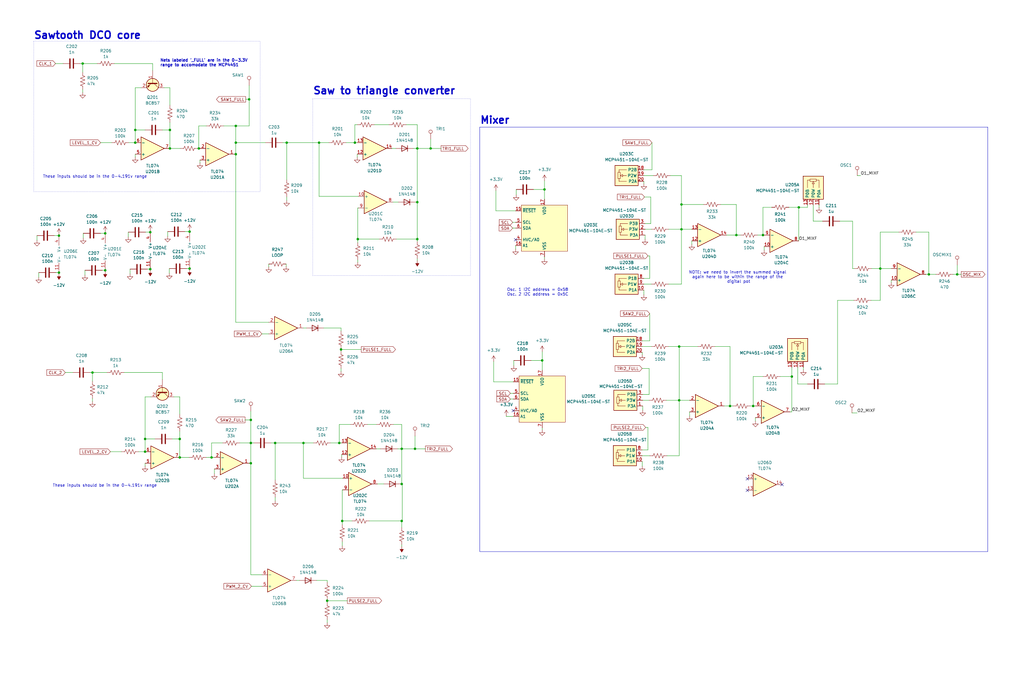
<source format=kicad_sch>
(kicad_sch (version 20231120) (generator "eeschema") (generator_version "8.0")
  (paper "User" 450 300)
  (junction (at 299.466 89.916))
  (junction (at 125.984 62.738))
  (junction (at 92.964 201.168))
  (junction (at 103.632 55.372))
  (junction (at 40.64 163.83))
  (junction (at 176.53 212.852))
  (junction (at 78.994 201.168))
  (junction (at 189.23 65.278))
  (junction (at 59.436 62.738))
  (junction (at 143.764 264.16))
  (junction (at 74.676 65.278))
  (junction (at 78.994 193.04))
  (junction (at 25.908 103.632))
  (junction (at 238.252 158.496))
  (junction (at 83.312 118.11))
  (junction (at 103.632 67.818))
  (junction (at 155.956 62.738))
  (junction (at 66.04 118.364))
  (junction (at 420.624 120.65))
  (junction (at 87.376 65.278))
  (junction (at 46.228 102.616))
  (junction (at 335.28 103.378))
  (junction (at 63.754 193.04))
  (junction (at 36.322 27.94))
  (junction (at 183.388 65.278))
  (junction (at 183.388 88.9))
  (junction (at 140.208 62.738))
  (junction (at 83.312 101.854))
  (junction (at 330.962 178.562))
  (junction (at 176.53 229.108))
  (junction (at 298.45 152.4))
  (junction (at 182.372 197.358))
  (junction (at 63.754 198.628))
  (junction (at 239.268 83.312))
  (junction (at 46.228 118.872))
  (junction (at 176.53 197.358))
  (junction (at 149.098 194.818))
  (junction (at 103.632 62.738))
  (junction (at 351.028 91.186))
  (junction (at 320.802 178.562))
  (junction (at 133.35 194.818))
  (junction (at 157.226 105.156))
  (junction (at 386.842 118.11))
  (junction (at 347.98 165.608))
  (junction (at 109.474 43.688))
  (junction (at 25.908 119.888))
  (junction (at 59.436 57.15))
  (junction (at 299.466 100.838))
  (junction (at 74.676 57.15))
  (junction (at 66.04 102.108))
  (junction (at 110.236 194.818))
  (junction (at 149.86 153.67))
  (junction (at 110.236 203.708))
  (junction (at 323.596 103.378))
  (junction (at 408.178 120.65))
  (junction (at 120.904 194.818))
  (junction (at 183.388 105.156))
  (junction (at 110.236 184.658))
  (junction (at 298.45 176.022))
  (junction (at 150.368 229.108))
  (no_connect (at 328.422 210.566))
  (no_connect (at 343.662 213.106))
  (no_connect (at 225.552 180.594))
  (no_connect (at 226.568 105.41))
  (no_connect (at 328.422 215.646))
  (wire (pts (xy 109.474 43.688) (xy 109.474 55.372)))
  (wire (pts (xy 143.764 272.542) (xy 143.764 273.812)))
  (wire (pts (xy 335.788 108.458) (xy 335.788 109.982)))
  (wire (pts (xy 176.53 197.358) (xy 182.372 197.358)))
  (wire (pts (xy 183.388 65.278) (xy 189.23 65.278)))
  (wire (pts (xy 63.754 57.15) (xy 59.436 57.15)))
  (wire (pts (xy 282.956 127.508) (xy 282.956 129.54)))
  (wire (pts (xy 226.822 83.312) (xy 226.822 85.598)))
  (wire (pts (xy 149.098 194.818) (xy 150.114 194.818)))
  (wire (pts (xy 293.878 152.4) (xy 298.45 152.4)))
  (wire (pts (xy 142.24 144.272) (xy 149.86 144.272)))
  (wire (pts (xy 44.196 62.738) (xy 49.022 62.738)))
  (wire (pts (xy 285.242 162.052) (xy 285.242 173.482)))
  (wire (pts (xy 239.268 113.03) (xy 239.268 113.792)))
  (wire (pts (xy 68.072 193.04) (xy 63.754 193.04)))
  (wire (pts (xy 329.692 178.562) (xy 330.962 178.562)))
  (wire (pts (xy 37.338 118.872) (xy 37.338 120.904)))
  (wire (pts (xy 149.86 162.052) (xy 149.86 163.322)))
  (wire (pts (xy 124.206 62.738) (xy 125.984 62.738)))
  (wire (pts (xy 110.236 203.708) (xy 109.474 203.708)))
  (wire (pts (xy 176.53 229.108) (xy 176.784 229.108)))
  (wire (pts (xy 153.924 186.69) (xy 149.098 186.69)))
  (wire (pts (xy 408.178 120.65) (xy 406.908 120.65)))
  (wire (pts (xy 155.956 62.738) (xy 156.972 62.738)))
  (wire (pts (xy 133.35 144.272) (xy 134.62 144.272)))
  (wire (pts (xy 71.374 163.83) (xy 71.374 166.878)))
  (wire (pts (xy 83.312 118.11) (xy 83.312 118.618)))
  (wire (pts (xy 82.042 118.11) (xy 83.312 118.11)))
  (wire (pts (xy 293.116 200.406) (xy 298.45 200.406)))
  (wire (pts (xy 133.35 194.818) (xy 137.668 194.818)))
  (wire (pts (xy 347.98 181.102) (xy 347.218 181.102)))
  (wire (pts (xy 222.504 182.88) (xy 222.504 183.134)))
  (wire (pts (xy 359.918 90.17) (xy 359.918 91.186)))
  (wire (pts (xy 157.226 105.156) (xy 157.226 106.68)))
  (wire (pts (xy 350.52 168.91) (xy 350.52 161.544)))
  (wire (pts (xy 316.738 89.916) (xy 323.596 89.916)))
  (wire (pts (xy 178.562 54.864) (xy 183.388 54.864)))
  (wire (pts (xy 78.994 201.168) (xy 83.058 201.168)))
  (wire (pts (xy 74.676 57.15) (xy 74.676 65.278)))
  (wire (pts (xy 40.64 175.26) (xy 40.64 176.53)))
  (wire (pts (xy 140.208 62.738) (xy 140.208 86.36)))
  (wire (pts (xy 282.448 178.562) (xy 282.448 180.34)))
  (wire (pts (xy 87.376 55.372) (xy 87.376 65.278)))
  (wire (pts (xy 25.908 103.632) (xy 25.908 104.14)))
  (wire (pts (xy 408.178 102.108) (xy 408.178 120.65)))
  (wire (pts (xy 60.96 198.628) (xy 63.754 198.628)))
  (wire (pts (xy 293.878 124.968) (xy 299.466 124.968)))
  (wire (pts (xy 76.454 174.498) (xy 78.994 174.498)))
  (wire (pts (xy 81.28 101.854) (xy 83.312 101.854)))
  (wire (pts (xy 107.95 43.688) (xy 109.474 43.688)))
  (wire (pts (xy 36.322 27.94) (xy 42.672 27.94)))
  (wire (pts (xy 183.388 113.792) (xy 183.388 114.554)))
  (wire (pts (xy 282.194 200.406) (xy 285.496 200.406)))
  (wire (pts (xy 386.842 118.11) (xy 391.668 118.11)))
  (wire (pts (xy 282.194 154.94) (xy 282.194 155.956)))
  (wire (pts (xy 368.046 132.08) (xy 375.158 132.08)))
  (wire (pts (xy 57.15 118.364) (xy 57.15 120.396)))
  (wire (pts (xy 283.718 187.96) (xy 284.734 187.96)))
  (wire (pts (xy 46.228 102.108) (xy 46.228 102.616)))
  (wire (pts (xy 335.788 103.378) (xy 335.28 103.378)))
  (wire (pts (xy 110.236 194.818) (xy 111.506 194.818)))
  (wire (pts (xy 330.962 165.608) (xy 330.962 178.562)))
  (wire (pts (xy 283.464 103.378) (xy 283.464 105.156)))
  (wire (pts (xy 94.234 206.248) (xy 94.234 208.28)))
  (wire (pts (xy 97.79 194.818) (xy 92.964 194.818)))
  (wire (pts (xy 172.212 65.278) (xy 173.99 65.278)))
  (wire (pts (xy 304.038 100.838) (xy 299.466 100.838)))
  (wire (pts (xy 24.638 119.888) (xy 25.908 119.888)))
  (wire (pts (xy 172.72 88.9) (xy 175.006 88.9)))
  (wire (pts (xy 369.062 97.282) (xy 374.65 97.282)))
  (wire (pts (xy 125.984 62.738) (xy 125.984 78.994)))
  (wire (pts (xy 59.436 67.818) (xy 59.436 69.088)))
  (wire (pts (xy 284.734 112.522) (xy 285.496 112.522)))
  (wire (pts (xy 234.442 83.312) (xy 239.268 83.312)))
  (wire (pts (xy 74.676 65.278) (xy 79.248 65.278)))
  (wire (pts (xy 335.28 103.378) (xy 332.994 103.378)))
  (wire (pts (xy 225.298 100.33) (xy 226.568 100.33)))
  (wire (pts (xy 103.632 55.372) (xy 103.632 62.738)))
  (wire (pts (xy 59.436 38.608) (xy 59.436 57.15)))
  (wire (pts (xy 374.396 181.61) (xy 376.682 181.61)))
  (wire (pts (xy 120.904 194.818) (xy 133.35 194.818)))
  (wire (pts (xy 66.04 102.108) (xy 66.04 102.616)))
  (wire (pts (xy 73.66 101.854) (xy 73.66 103.886)))
  (wire (pts (xy 157.226 105.156) (xy 157.226 91.44)))
  (wire (pts (xy 357.378 90.17) (xy 357.378 97.282)))
  (wire (pts (xy 294.64 77.216) (xy 299.466 77.216)))
  (wire (pts (xy 46.228 118.364) (xy 46.228 118.872)))
  (wire (pts (xy 67.056 27.94) (xy 67.056 30.988)))
  (wire (pts (xy 176.784 212.852) (xy 176.784 229.108)))
  (wire (pts (xy 176.784 212.852) (xy 176.53 212.852)))
  (wire (pts (xy 386.842 102.108) (xy 386.842 118.11)))
  (wire (pts (xy 56.388 102.108) (xy 56.388 104.14)))
  (wire (pts (xy 125.984 86.614) (xy 125.984 88.138)))
  (wire (pts (xy 40.64 167.64) (xy 40.64 163.83)))
  (wire (pts (xy 299.466 89.916) (xy 299.466 100.838)))
  (wire (pts (xy 304.038 105.918) (xy 304.038 107.442)))
  (wire (pts (xy 357.378 97.282) (xy 361.442 97.282)))
  (wire (pts (xy 98.298 55.372) (xy 103.632 55.372)))
  (wire (pts (xy 165.354 197.358) (xy 167.132 197.358)))
  (wire (pts (xy 330.962 178.562) (xy 331.978 178.562)))
  (wire (pts (xy 282.956 124.968) (xy 286.258 124.968)))
  (wire (pts (xy 56.642 62.738) (xy 59.436 62.738)))
  (wire (pts (xy 383.032 118.11) (xy 386.842 118.11)))
  (wire (pts (xy 107.696 184.658) (xy 110.236 184.658)))
  (wire (pts (xy 17.018 119.888) (xy 17.018 121.92)))
  (wire (pts (xy 150.368 215.392) (xy 150.622 215.392)))
  (wire (pts (xy 282.956 77.216) (xy 287.02 77.216)))
  (wire (pts (xy 181.61 65.278) (xy 183.388 65.278)))
  (wire (pts (xy 90.678 201.168) (xy 92.964 201.168)))
  (wire (pts (xy 282.194 162.052) (xy 285.242 162.052)))
  (wire (pts (xy 286.004 98.298) (xy 283.464 98.298)))
  (wire (pts (xy 238.252 188.214) (xy 238.252 188.976)))
  (wire (pts (xy 282.956 74.676) (xy 286.512 74.676)))
  (wire (pts (xy 87.884 70.358) (xy 87.884 71.628)))
  (wire (pts (xy 420.624 120.65) (xy 422.402 120.65)))
  (wire (pts (xy 157.226 105.156) (xy 166.624 105.156)))
  (wire (pts (xy 353.06 162.56) (xy 353.06 161.544)))
  (wire (pts (xy 25.908 119.888) (xy 25.908 120.396)))
  (wire (pts (xy 335.28 165.608) (xy 330.962 165.608)))
  (wire (pts (xy 103.632 67.818) (xy 103.124 67.818)))
  (wire (pts (xy 110.236 252.73) (xy 115.062 252.73)))
  (wire (pts (xy 156.972 67.818) (xy 156.972 69.088)))
  (wire (pts (xy 40.64 163.83) (xy 39.624 163.83)))
  (wire (pts (xy 25.908 119.38) (xy 25.908 119.888)))
  (wire (pts (xy 119.126 194.818) (xy 120.904 194.818)))
  (wire (pts (xy 110.236 180.848) (xy 110.236 184.658)))
  (wire (pts (xy 145.288 194.818) (xy 149.098 194.818)))
  (wire (pts (xy 420.624 116.586) (xy 420.624 120.65)))
  (wire (pts (xy 63.754 203.708) (xy 63.754 204.978)))
  (wire (pts (xy 156.972 54.864) (xy 155.956 54.864)))
  (wire (pts (xy 225.806 158.496) (xy 225.806 160.782)))
  (wire (pts (xy 92.964 194.818) (xy 92.964 201.168)))
  (wire (pts (xy 78.994 189.738) (xy 78.994 193.04)))
  (wire (pts (xy 155.956 54.864) (xy 155.956 62.738)))
  (wire (pts (xy 176.53 239.522) (xy 176.53 240.284)))
  (wire (pts (xy 303.022 176.022) (xy 298.45 176.022)))
  (wire (pts (xy 90.678 55.372) (xy 87.376 55.372)))
  (wire (pts (xy 282.956 79.756) (xy 282.956 80.772)))
  (wire (pts (xy 299.466 77.216) (xy 299.466 89.916)))
  (wire (pts (xy 285.496 112.522) (xy 285.496 122.428)))
  (wire (pts (xy 217.932 92.71) (xy 226.568 92.71)))
  (wire (pts (xy 143.764 264.16) (xy 152.654 264.16)))
  (wire (pts (xy 303.022 181.102) (xy 303.022 182.88)))
  (wire (pts (xy 298.45 176.022) (xy 292.862 176.022)))
  (wire (pts (xy 183.388 65.278) (xy 183.388 88.9)))
  (wire (pts (xy 72.136 38.608) (xy 74.676 38.608)))
  (wire (pts (xy 189.23 61.214) (xy 189.23 65.278)))
  (wire (pts (xy 284.734 187.96) (xy 284.734 197.866)))
  (wire (pts (xy 110.236 194.818) (xy 110.236 203.708)))
  (wire (pts (xy 176.53 229.108) (xy 176.53 231.902)))
  (wire (pts (xy 64.77 118.364) (xy 66.04 118.364)))
  (wire (pts (xy 182.626 88.9) (xy 183.388 88.9)))
  (wire (pts (xy 130.302 255.27) (xy 131.572 255.27)))
  (wire (pts (xy 351.028 91.186) (xy 354.838 91.186)))
  (wire (pts (xy 83.312 101.346) (xy 83.312 101.854)))
  (wire (pts (xy 75.692 193.04) (xy 78.994 193.04)))
  (wire (pts (xy 239.268 79.502) (xy 239.268 83.312)))
  (wire (pts (xy 16.256 103.632) (xy 16.256 105.664)))
  (wire (pts (xy 299.466 124.968) (xy 299.466 100.838)))
  (wire (pts (xy 25.908 103.124) (xy 25.908 103.632)))
  (wire (pts (xy 140.208 86.36) (xy 157.48 86.36)))
  (wire (pts (xy 87.376 65.278) (xy 87.884 65.278)))
  (wire (pts (xy 282.194 202.946) (xy 282.194 204.978)))
  (wire (pts (xy 319.278 103.378) (xy 323.596 103.378)))
  (wire (pts (xy 78.994 193.04) (xy 78.994 201.168)))
  (wire (pts (xy 418.846 120.65) (xy 420.624 120.65)))
  (wire (pts (xy 115.062 146.812) (xy 118.11 146.812)))
  (wire (pts (xy 391.668 123.19) (xy 391.668 124.206)))
  (wire (pts (xy 143.764 263.652) (xy 143.764 264.16)))
  (wire (pts (xy 224.282 175.514) (xy 225.552 175.514)))
  (wire (pts (xy 354.838 168.91) (xy 350.52 168.91)))
  (wire (pts (xy 285.242 173.482) (xy 282.448 173.482)))
  (wire (pts (xy 299.466 89.916) (xy 309.118 89.916)))
  (wire (pts (xy 48.514 198.628) (xy 53.34 198.628)))
  (wire (pts (xy 342.9 165.608) (xy 347.98 165.608)))
  (wire (pts (xy 354.838 90.17) (xy 354.838 91.186)))
  (wire (pts (xy 347.98 161.544) (xy 347.98 165.608)))
  (wire (pts (xy 46.228 102.616) (xy 46.228 103.124)))
  (wire (pts (xy 285.496 137.922) (xy 285.496 149.86)))
  (wire (pts (xy 83.312 101.854) (xy 83.312 102.362)))
  (wire (pts (xy 374.65 97.282) (xy 374.65 118.11)))
  (wire (pts (xy 346.71 91.186) (xy 351.028 91.186)))
  (wire (pts (xy 36.322 31.75) (xy 36.322 27.94)))
  (wire (pts (xy 64.008 102.108) (xy 66.04 102.108)))
  (wire (pts (xy 282.448 176.022) (xy 285.242 176.022)))
  (wire (pts (xy 183.388 54.864) (xy 183.388 65.278)))
  (wire (pts (xy 44.196 102.616) (xy 46.228 102.616)))
  (wire (pts (xy 103.632 62.738) (xy 116.586 62.738)))
  (wire (pts (xy 314.198 152.4) (xy 320.802 152.4)))
  (wire (pts (xy 110.236 184.658) (xy 110.236 194.818)))
  (wire (pts (xy 285.496 122.428) (xy 282.956 122.428)))
  (wire (pts (xy 125.73 116.078) (xy 125.73 117.094)))
  (wire (pts (xy 225.298 97.79) (xy 226.568 97.79)))
  (wire (pts (xy 149.098 186.69) (xy 149.098 194.818)))
  (wire (pts (xy 109.474 55.372) (xy 103.632 55.372)))
  (wire (pts (xy 318.262 178.562) (xy 320.802 178.562)))
  (wire (pts (xy 362.458 168.91) (xy 368.046 168.91)))
  (wire (pts (xy 40.64 163.83) (xy 46.99 163.83)))
  (wire (pts (xy 386.842 132.08) (xy 386.842 118.11)))
  (wire (pts (xy 216.916 159.004) (xy 216.916 167.894)))
  (wire (pts (xy 24.384 27.94) (xy 27.686 27.94)))
  (wire (pts (xy 139.192 255.27) (xy 143.764 255.27)))
  (wire (pts (xy 402.59 102.108) (xy 408.178 102.108)))
  (wire (pts (xy 157.226 91.44) (xy 157.48 91.44)))
  (wire (pts (xy 110.236 252.73) (xy 110.236 203.708)))
  (wire (pts (xy 238.252 158.496) (xy 238.252 162.814)))
  (wire (pts (xy 74.422 118.11) (xy 74.422 120.142)))
  (wire (pts (xy 408.178 120.65) (xy 411.226 120.65)))
  (wire (pts (xy 83.312 117.602) (xy 83.312 118.11)))
  (wire (pts (xy 133.35 210.312) (xy 150.622 210.312)))
  (wire (pts (xy 164.592 54.864) (xy 170.942 54.864)))
  (wire (pts (xy 86.868 65.278) (xy 87.376 65.278)))
  (wire (pts (xy 162.306 229.108) (xy 176.53 229.108)))
  (wire (pts (xy 368.046 168.91) (xy 368.046 132.08)))
  (wire (pts (xy 120.904 194.818) (xy 120.904 211.074)))
  (wire (pts (xy 143.764 255.27) (xy 143.764 256.032)))
  (wire (pts (xy 28.702 163.83) (xy 32.004 163.83)))
  (wire (pts (xy 149.86 153.162) (xy 149.86 153.67)))
  (wire (pts (xy 374.65 118.11) (xy 375.412 118.11)))
  (wire (pts (xy 238.252 154.686) (xy 238.252 158.496)))
  (wire (pts (xy 140.208 62.738) (xy 144.526 62.738)))
  (wire (pts (xy 61.976 38.608) (xy 59.436 38.608)))
  (wire (pts (xy 283.21 86.614) (xy 286.004 86.614)))
  (wire (pts (xy 298.45 200.406) (xy 298.45 176.022)))
  (wire (pts (xy 282.194 152.4) (xy 286.258 152.4)))
  (wire (pts (xy 149.86 153.67) (xy 158.75 153.67)))
  (wire (pts (xy 320.802 178.562) (xy 322.072 178.562)))
  (wire (pts (xy 74.676 38.608) (xy 74.676 46.228)))
  (wire (pts (xy 66.04 101.6) (xy 66.04 102.108)))
  (wire (pts (xy 120.904 218.694) (xy 120.904 220.218)))
  (wire (pts (xy 182.372 197.358) (xy 186.944 197.358)))
  (wire (pts (xy 174.752 197.358) (xy 176.53 197.358)))
  (wire (pts (xy 299.466 100.838) (xy 293.878 100.838)))
  (wire (pts (xy 182.372 191.77) (xy 182.372 197.358)))
  (wire (pts (xy 216.916 167.894) (xy 225.552 167.894)))
  (wire (pts (xy 50.292 27.94) (xy 67.056 27.94)))
  (wire (pts (xy 306.578 152.4) (xy 298.45 152.4)))
  (wire (pts (xy 103.632 141.732) (xy 103.632 67.818)))
  (wire (pts (xy 149.86 144.272) (xy 149.86 145.542)))
  (wire (pts (xy 125.984 62.738) (xy 140.208 62.738)))
  (wire (pts (xy 183.388 88.9) (xy 183.388 105.156)))
  (wire (pts (xy 63.754 174.498) (xy 63.754 193.04)))
  (wire (pts (xy 36.576 102.616) (xy 36.576 104.648)))
  (wire (pts (xy 176.53 186.69) (xy 176.53 197.358)))
  (wire (pts (xy 282.194 149.86) (xy 285.496 149.86)))
  (wire (pts (xy 105.41 194.818) (xy 110.236 194.818)))
  (wire (pts (xy 78.994 174.498) (xy 78.994 182.118)))
  (wire (pts (xy 46.228 118.872) (xy 46.228 119.38)))
  (wire (pts (xy 66.04 117.856) (xy 66.04 118.364)))
  (wire (pts (xy 54.61 163.83) (xy 71.374 163.83)))
  (wire (pts (xy 283.464 100.838) (xy 286.258 100.838)))
  (wire (pts (xy 323.596 103.378) (xy 325.374 103.378)))
  (wire (pts (xy 143.764 264.16) (xy 143.764 264.922)))
  (wire (pts (xy 217.932 83.82) (xy 217.932 92.71)))
  (wire (pts (xy 59.436 57.15) (xy 59.436 62.738)))
  (wire (pts (xy 133.35 194.818) (xy 133.35 210.312)))
  (wire (pts (xy 239.268 83.312) (xy 239.268 87.63)))
  (wire (pts (xy 331.978 183.642) (xy 331.978 185.166)))
  (wire (pts (xy 92.964 201.168) (xy 94.234 201.168)))
  (wire (pts (xy 189.23 65.278) (xy 193.802 65.278)))
  (wire (pts (xy 224.282 172.974) (xy 225.552 172.974)))
  (wire (pts (xy 36.322 27.94) (xy 35.306 27.94)))
  (wire (pts (xy 351.028 105.918) (xy 351.028 91.186)))
  (wire (pts (xy 66.294 174.498) (xy 63.754 174.498)))
  (wire (pts (xy 150.368 229.108) (xy 154.686 229.108)))
  (wire (pts (xy 74.676 53.848) (xy 74.676 57.15)))
  (wire (pts (xy 23.876 103.632) (xy 25.908 103.632)))
  (wire (pts (xy 298.45 152.4) (xy 298.45 176.022)))
  (wire (pts (xy 176.53 212.852) (xy 176.276 212.852)))
  (wire (pts (xy 152.146 62.738) (xy 155.956 62.738)))
  (wire (pts (xy 110.49 257.81) (xy 115.062 257.81)))
  (wire (pts (xy 174.244 105.156) (xy 183.388 105.156)))
  (wire (pts (xy 335.28 91.186) (xy 335.28 103.378)))
  (wire (pts (xy 320.802 152.4) (xy 320.802 178.562)))
  (wire (pts (xy 339.09 91.186) (xy 335.28 91.186)))
  (wire (pts (xy 150.114 199.898) (xy 150.114 200.914)))
  (wire (pts (xy 233.426 158.496) (xy 238.252 158.496)))
  (wire (pts (xy 172.974 186.69) (xy 176.53 186.69)))
  (wire (pts (xy 71.374 57.15) (xy 74.676 57.15)))
  (wire (pts (xy 165.862 212.852) (xy 168.656 212.852)))
  (wire (pts (xy 149.86 153.67) (xy 149.86 154.432)))
  (wire (pts (xy 150.368 238.252) (xy 150.368 240.03)))
  (wire (pts (xy 394.97 102.108) (xy 386.842 102.108)))
  (wire (pts (xy 63.754 193.04) (xy 63.754 198.628)))
  (wire (pts (xy 36.322 39.37) (xy 36.322 40.64)))
  (wire (pts (xy 376.682 77.216) (xy 378.206 77.216)))
  (wire (pts (xy 382.778 132.08) (xy 386.842 132.08)))
  (wire (pts (xy 150.368 229.108) (xy 150.368 215.392)))
  (wire (pts (xy 226.568 107.95) (xy 226.568 109.474)))
  (wire (pts (xy 347.98 165.608) (xy 347.98 181.102)))
  (wire (pts (xy 157.226 114.3) (xy 157.226 115.316)))
  (wire (pts (xy 66.04 118.364) (xy 66.04 118.872)))
  (wire (pts (xy 103.632 141.732) (xy 118.11 141.732)))
  (wire (pts (xy 183.388 105.156) (xy 183.388 106.172)))
  (wire (pts (xy 284.734 197.866) (xy 282.194 197.866)))
  (wire (pts (xy 118.11 116.078) (xy 118.11 117.348)))
  (wire (pts (xy 150.368 230.632) (xy 150.368 229.108)))
  (wire (pts (xy 323.596 103.378) (xy 323.596 89.916)))
  (wire (pts (xy 103.632 62.738) (xy 103.632 67.818)))
  (wire (pts (xy 44.958 118.872) (xy 46.228 118.872)))
  (wire (pts (xy 176.53 197.358) (xy 176.53 212.852)))
  (wire (pts (xy 222.504 183.134) (xy 225.552 183.134)))
  (wire (pts (xy 109.474 37.592) (xy 109.474 43.688)))
  (wire (pts (xy 286.512 62.738) (xy 286.512 74.676)))
  (wire (pts (xy 286.004 86.614) (xy 286.004 98.298)))
  (wire (pts (xy 161.544 186.69) (xy 165.354 186.69)))
  (rectangle (start 210.82 55.88) (end 434.086 242.57))
  (rectangle (start 137.414 43.434) (end 206.756 121.158) (stroke (width 0) (type dot)))
  (rectangle (start 14.859 18.161) (end 114.3 84.328) (stroke (width 0) (type dot)))
  (text "These inputs should be in the 0-4.191v range" (at 23.114 214.376 0) (effects (font (size 1.27 1.27)) (justify left bottom)))
  (text "Nets labeled '_FULL' are in the 0-3.3V \nrange to accomodate the MCP4451" (at 70.358 29.464 0) (effects (font (size 1.27 1.27) (thickness 0.254) (bold yes)) (justify left bottom)))
  (text "Osc. 1 I2C address = 0x58\nOsc. 2 I2C address = 0x5C" (at 222.758 130.302 0) (effects (font (size 1.27 1.27)) (justify left bottom)))
  (text "NOTE: we need to invert the summed signal \nagain here to be within the range of the \ndigital pot" (at 324.612 121.92 0) (effects (font (size 1.27 1.27))))
  (text "Sawtooth DCO core" (at 14.732 17.526 0) (effects (font (size 3.2 3.2) (thickness 0.64) (bold yes)) (justify left bottom)))
  (text "These inputs should be in the 0-4.191v range" (at 18.796 78.486 0) (effects (font (size 1.27 1.27)) (justify left bottom)))
  (text "Mixer" (at 210.82 54.864 0) (effects (font (size 3.2 3.2) (thickness 0.64) (bold yes)) (justify left bottom)))
  (text "Saw to triangle converter" (at 137.414 41.91 0) (effects (font (size 3.2 3.2) (thickness 0.64) (bold yes)) (justify left bottom)))
  (label "O1_MIXF" (at 351.028 105.918 0))
  (label "O2_MIXF" (at 347.98 181.102 0))
  (label "O2_MIXF" (at 376.682 181.61 0))
  (label "O1_MIXF" (at 378.206 77.216 0))
  (global_label "TRI2_FULL" (shape input) (at 282.194 162.052 180) (property "Intersheetrefs" "${INTERSHEET_REFS}" (effects (hide yes))))
  (global_label "LEVEL_2_CV" (shape input) (at 48.514 198.628 180) (property "Intersheetrefs" "${INTERSHEET_REFS}" (effects (hide yes))))
  (global_label "SAW2_FULL" (shape input) (at 285.496 137.922 180) (property "Intersheetrefs" "${INTERSHEET_REFS}" (effects (hide yes))))
  (global_label "SAW1_FULL" (shape input) (at 286.512 62.738 180) (property "Intersheetrefs" "${INTERSHEET_REFS}" (effects (hide yes))))
  (global_label "LEVEL_1_CV" (shape input) (at 44.196 62.738 180) (property "Intersheetrefs" "${INTERSHEET_REFS}" (effects (hide yes))))
  (global_label "SDA" (shape input) (at 225.298 100.33 180) (property "Intersheetrefs" "${INTERSHEET_REFS}" (effects (hide yes))))
  (global_label "TRI1_FULL" (shape input) (at 283.21 86.614 180) (property "Intersheetrefs" "${INTERSHEET_REFS}" (effects (hide yes))))
  (global_label "SCL" (shape input) (at 225.298 97.79 180) (property "Intersheetrefs" "${INTERSHEET_REFS}" (effects (hide yes))))
  (global_label "TRI2_FULL" (shape output) (at 186.944 197.358 0) (property "Intersheetrefs" "${INTERSHEET_REFS}" (effects (hide yes))))
  (global_label "CLK_1" (shape input) (at 24.384 27.94 180) (property "Intersheetrefs" "${INTERSHEET_REFS}" (effects (hide yes))))
  (global_label "PULSE1_FULL" (shape input) (at 284.734 112.522 180) (property "Intersheetrefs" "${INTERSHEET_REFS}" (effects (hide yes))))
  (global_label "SDA" (shape input) (at 224.282 175.514 180) (property "Intersheetrefs" "${INTERSHEET_REFS}" (effects (hide yes))))
  (global_label "PWM_1_CV" (shape input) (at 115.062 146.812 180) (property "Intersheetrefs" "${INTERSHEET_REFS}" (effects (hide yes))))
  (global_label "TRI1_FULL" (shape output) (at 193.802 65.278 0) (property "Intersheetrefs" "${INTERSHEET_REFS}" (effects (hide yes))))
  (global_label "PULSE2_FULL" (shape input) (at 283.718 187.96 180) (property "Intersheetrefs" "${INTERSHEET_REFS}" (effects (hide yes))))
  (global_label "PULSE2_FULL" (shape output) (at 152.654 264.16 0) (property "Intersheetrefs" "${INTERSHEET_REFS}" (effects (hide yes))))
  (global_label "OSC_MIX" (shape output) (at 422.402 120.65 0) (property "Intersheetrefs" "${INTERSHEET_REFS}" (effects (hide yes))))
  (global_label "SCL" (shape input) (at 224.282 172.974 180) (property "Intersheetrefs" "${INTERSHEET_REFS}" (effects (hide yes))))
  (global_label "PWM_2_CV" (shape input) (at 110.49 257.81 180) (property "Intersheetrefs" "${INTERSHEET_REFS}" (effects (hide yes))))
  (global_label "PULSE1_FULL" (shape output) (at 158.75 153.67 0) (property "Intersheetrefs" "${INTERSHEET_REFS}" (effects (hide yes))))
  (global_label "SAW1_FULL" (shape output) (at 107.95 43.688 180) (property "Intersheetrefs" "${INTERSHEET_REFS}" (effects (hide yes))))
  (global_label "SAW2_FULL" (shape output) (at 107.696 184.658 180) (property "Intersheetrefs" "${INTERSHEET_REFS}" (effects (hide yes))))
  (global_label "CLK_2" (shape input) (at 28.702 163.83 180) (property "Intersheetrefs" "${INTERSHEET_REFS}" (effects (hide yes))))
  (symbol (lib_id "Device:C") (at 365.252 97.282 90) (unit 1)
    (property "Reference" "C211" (at 365.252 90.424 90))
    (property "Value" "1u" (at 365.252 92.964 90))
    (property "Footprint" "Capacitor_SMD:C_0805_2012Metric" (effects (hide yes)))
  )
  (symbol (lib_name "MCP4451-xxxx-ST_2") (lib_id "Potentiometer_Digital:MCP4451-xxxx-ST") (at 239.268 100.33 0) (unit 5)
    (property "Reference" "U203" (at 259.588 98.933 0))
    (property "Value" "MCP4451-104E-ST" (at 259.588 101.473 0))
    (property "Footprint" "Package_SO:TSSOP-20_4.4x6.5mm_P0.65mm" (effects (hide yes)))
    (property "Datasheet" "https://ww1.microchip.com/downloads/en/DeviceDoc/22267A_MCP4431.pdf" (effects (hide yes)))
  )
  (symbol (lib_id "Amplifier_Operational:TL074") (at 95.504 67.818 0) (mirror x) (unit 1)
    (property "Reference" "U201" (at 95.504 77.978 0))
    (property "Value" "TL074" (at 95.504 75.438 0))
    (property "Footprint" "Package_SO:SOIC-14_3.9x8.7mm_P1.27mm" (effects (hide yes)))
    (property "Datasheet" "http://www.ti.com/lit/ds/symlink/tl071.pdf" (effects (hide yes)))
  )
  (symbol (lib_id "PCM_4ms_Power-symbol:+12V") (at 83.312 101.346 0) (unit 1)
    (property "Reference" "#PWR0220" (effects (hide yes)))
    (property "Value" "+12V" (at 83.312 96.901 0))
  )
  (symbol (lib_id "Diode:1N4148") (at 178.816 88.9 180) (unit 1)
    (property "Reference" "D202" (at 178.816 82.804 0))
    (property "Value" "1N4148" (at 178.816 85.344 0))
    (property "Footprint" "Diode_SMD:D_SOD-123" (effects (hide yes)))
    (property "Datasheet" "https://assets.nexperia.com/documents/data-sheet/1N4148_1N4448.pdf" (effects (hide yes)))
    (property "Sim.Device" "D" (effects (hide yes)))
    (property "Sim.Pins" "1=K 2=A" (effects (hide yes)))
  )
  (symbol (lib_id "power:GND") (at 239.268 113.792 0) (unit 1)
    (property "Reference" "#PWR0235" (effects (hide yes)))
    (property "Value" "GND" (effects (hide yes)))
  )
  (symbol (lib_id "power:GND") (at 303.022 182.88 0) (unit 1)
    (property "Reference" "#PWR0246" (effects (hide yes)))
    (property "Value" "GND" (effects (hide yes)))
  )
  (symbol (lib_id "Device:R_US") (at 157.734 186.69 90) (unit 1)
    (property "Reference" "R218" (at 157.734 181.102 90))
    (property "Value" "10k" (at 157.734 183.642 90))
    (property "Footprint" "Resistor_SMD:R_0805_2012Metric" (effects (hide yes)))
  )
  (symbol (lib_id "Device:R_US") (at 158.496 229.108 90) (unit 1)
    (property "Reference" "R222" (at 158.496 223.774 90))
    (property "Value" "10k" (at 158.496 226.314 90))
    (property "Footprint" "Resistor_SMD:R_0805_2012Metric" (effects (hide yes)))
  )
  (symbol (lib_id "power:GND") (at 63.754 204.978 0) (unit 1)
    (property "Reference" "#PWR0212" (effects (hide yes)))
    (property "Value" "GND" (effects (hide yes)))
  )
  (symbol (lib_id "PCM_4ms_Power-symbol:+12V") (at 66.04 101.6 0) (unit 1)
    (property "Reference" "#PWR0225" (effects (hide yes)))
    (property "Value" "+12V" (at 66.04 97.155 0))
  )
  (symbol (lib_id "Device:R_US") (at 290.068 124.968 90) (unit 1)
    (property "Reference" "R230" (at 290.068 128.016 90))
    (property "Value" "100k" (at 290.068 130.556 90))
    (property "Footprint" "Resistor_SMD:R_0805_2012Metric" (effects (hide yes)))
  )
  (symbol (lib_id "Device:R_US") (at 157.226 110.49 180) (unit 1)
    (property "Reference" "R211" (at 159.512 109.22 0) (effects (justify right)))
    (property "Value" "10k" (at 159.512 111.76 0) (effects (justify right)))
    (property "Footprint" "Resistor_SMD:R_0805_2012Metric" (effects (hide yes)))
  )
  (symbol (lib_id "Amplifier_Operational:TL074") (at 399.288 120.65 0) (mirror x) (unit 3)
    (property "Reference" "U206" (at 399.288 130.302 0))
    (property "Value" "TL074" (at 399.288 127.762 0))
    (property "Footprint" "Package_SO:SOIC-14_3.9x8.7mm_P1.27mm" (effects (hide yes)))
    (property "Datasheet" "http://www.ti.com/lit/ds/symlink/tl071.pdf" (effects (hide yes)))
    (property "Description" "Quad Low-Noise JFET-Input Operational Amplifiers, DIP-14/SOIC-14" (effects (hide yes)))
  )
  (symbol (lib_id "Potentiometer_Digital:MCP4451-xxxx-ST") (at 274.574 152.4 0) (mirror y) (unit 3)
    (property "Reference" "U205" (at 274.574 142.875 0))
    (property "Value" "MCP4451-104E-ST" (at 274.574 145.415 0))
    (property "Footprint" "Package_SO:TSSOP-20_4.4x6.5mm_P0.65mm" (effects (hide yes)))
    (property "Datasheet" "https://ww1.microchip.com/downloads/en/DeviceDoc/22267A_MCP4431.pdf" (effects (hide yes)))
  )
  (symbol (lib_id "power:GND") (at 125.73 117.094 0) (mirror y) (unit 1)
    (property "Reference" "#PWR0257" (effects (hide yes)))
    (property "Value" "GND" (effects (hide yes)))
  )
  (symbol (lib_id "Device:C") (at 20.066 103.632 90) (unit 1)
    (property "Reference" "C205" (at 20.066 96.139 90))
    (property "Value" "100n" (at 20.066 98.679 90))
    (property "Footprint" "Capacitor_SMD:C_0805_2012Metric" (effects (hide yes)))
  )
  (symbol (lib_id "Connector:TestPoint") (at 109.474 37.592 0) (unit 1) (in_bom no)
    (property "Reference" "SAW1" (at 107.188 33.0199 0) (effects (justify right)))
    (property "Value" "SAW1_DC" (effects (hide yes)))
    (property "Footprint" "TestPoint:TestPoint_THTPad_D1.0mm_Drill0.5mm" (effects (hide yes)))
    (property "Description" "test point" (effects (hide yes)))
  )
  (symbol (lib_id "power:GND") (at 73.66 103.886 0) (unit 1)
    (property "Reference" "#PWR0218" (effects (hide yes)))
    (property "Value" "GND" (effects (hide yes)))
  )
  (symbol (lib_id "power:GND") (at 150.114 200.914 0) (unit 1)
    (property "Reference" "#PWR0214" (effects (hide yes)))
    (property "Value" "GND" (effects (hide yes)))
  )
  (symbol (lib_id "Connector:TestPoint") (at 189.23 61.214 0) (mirror y) (unit 1) (in_bom no)
    (property "Reference" "TRI1" (at 191.516 56.6419 0) (effects (justify right)))
    (property "Value" "SAW1_DC" (effects (hide yes)))
    (property "Footprint" "TestPoint:TestPoint_THTPad_D1.0mm_Drill0.5mm" (effects (hide yes)))
    (property "Description" "test point" (effects (hide yes)))
  )
  (symbol (lib_id "power:GND") (at 74.422 120.142 0) (unit 1)
    (property "Reference" "#PWR0219" (effects (hide yes)))
    (property "Value" "GND" (effects (hide yes)))
  )
  (symbol (lib_id "Device:R_US") (at 94.488 55.372 270) (unit 1)
    (property "Reference" "R234" (at 94.488 49.657 90))
    (property "Value" "33k" (at 94.488 52.197 90))
    (property "Footprint" "Resistor_SMD:R_0805_2012Metric" (effects (hide yes)))
  )
  (symbol (lib_id "power:GND") (at 143.764 273.812 0) (unit 1)
    (property "Reference" "#PWR0227" (effects (hide yes)))
    (property "Value" "GND" (effects (hide yes)))
  )
  (symbol (lib_id "Connector:TestPoint") (at 182.372 191.77 0) (mirror y) (unit 1) (in_bom no)
    (property "Reference" "TRI2" (at 184.658 187.1979 0) (effects (justify right)))
    (property "Value" "SAW1_DC" (effects (hide yes)))
    (property "Footprint" "TestPoint:TestPoint_THTPad_D1.0mm_Drill0.5mm" (effects (hide yes)))
    (property "Description" "test point" (effects (hide yes)))
  )
  (symbol (lib_id "Device:C") (at 77.47 101.854 90) (unit 1)
    (property "Reference" "C212" (at 77.47 94.361 90))
    (property "Value" "100n" (at 77.47 96.901 90))
    (property "Footprint" "Capacitor_SMD:C_0805_2012Metric" (effects (hide yes)))
  )
  (symbol (lib_id "power:+3.3V") (at 216.916 159.004 0) (unit 1)
    (property "Reference" "#PWR0238" (effects (hide yes)))
    (property "Value" "+3.3V" (at 216.916 154.051 0))
  )
  (symbol (lib_id "power:-12V") (at 83.312 118.618 180) (unit 1)
    (property "Reference" "#PWR0253" (effects (hide yes)))
    (property "Value" "-12V" (at 83.312 123.698 0))
  )
  (symbol (lib_id "Connector:TestPoint") (at 376.682 77.216 0) (unit 1) (in_bom no)
    (property "Reference" "OSC1" (at 374.396 72.6439 0) (effects (justify right)))
    (property "Value" "OSC1" (effects (hide yes)))
    (property "Footprint" "TestPoint:TestPoint_THTPad_D1.0mm_Drill0.5mm" (effects (hide yes)))
    (property "Description" "test point" (effects (hide yes)))
  )
  (symbol (lib_id "power:GND") (at 282.956 80.772 0) (unit 1)
    (property "Reference" "#PWR0221" (effects (hide yes)))
    (property "Value" "GND" (effects (hide yes)))
  )
  (symbol (lib_id "power:GND") (at 282.194 155.956 0) (unit 1)
    (property "Reference" "#PWR0243" (effects (hide yes)))
    (property "Value" "GND" (effects (hide yes)))
  )
  (symbol (lib_name "MCP4451-xxxx-ST_3") (lib_id "Potentiometer_Digital:MCP4451-xxxx-ST") (at 275.336 124.968 0) (mirror y) (unit 2)
    (property "Reference" "U203" (at 275.336 115.443 0))
    (property "Value" "MCP4451-104E-ST" (at 275.336 117.983 0))
    (property "Footprint" "Package_SO:TSSOP-20_4.4x6.5mm_P0.65mm" (effects (hide yes)))
    (property "Datasheet" "https://ww1.microchip.com/downloads/en/DeviceDoc/22267A_MCP4431.pdf" (effects (hide yes)))
  )
  (symbol (lib_id "Amplifier_Operational:TL074") (at 125.73 144.272 0) (mirror x) (unit 1)
    (property "Reference" "U206" (at 125.73 154.432 0))
    (property "Value" "TL074" (at 125.73 151.892 0))
    (property "Footprint" "Package_SO:SOIC-14_3.9x8.7mm_P1.27mm" (effects (hide yes)))
    (property "Datasheet" "http://www.ti.com/lit/ds/symlink/tl071.pdf" (effects (hide yes)))
    (property "Description" "Quad Low-Noise JFET-Input Operational Amplifiers, DIP-14/SOIC-14" (effects (hide yes)))
  )
  (symbol (lib_id "power:GND") (at 125.984 88.138 0) (unit 1)
    (property "Reference" "#PWR0208" (effects (hide yes)))
    (property "Value" "GND" (effects (hide yes)))
  )
  (symbol (lib_id "Connector:TestPoint") (at 110.236 180.848 0) (unit 1) (in_bom no)
    (property "Reference" "SAW2" (at 107.95 176.2759 0) (effects (justify right)))
    (property "Value" "SAW2_DC" (effects (hide yes)))
    (property "Footprint" "TestPoint:TestPoint_THTPad_D1.0mm_Drill0.5mm" (effects (hide yes)))
    (property "Description" "test point" (effects (hide yes)))
  )
  (symbol (lib_id "power:GND") (at 282.956 129.54 0) (unit 1)
    (property "Reference" "#PWR0229" (effects (hide yes)))
    (property "Value" "GND" (effects (hide yes)))
  )
  (symbol (lib_id "power:-12V") (at 176.53 240.284 180) (unit 1)
    (property "Reference" "#PWR0215" (effects (hide yes)))
    (property "Value" "-12V" (at 176.53 245.11 0))
  )
  (symbol (lib_id "Device:R_US") (at 176.53 235.712 180) (unit 1)
    (property "Reference" "R219" (at 178.562 234.442 0) (effects (justify right)))
    (property "Value" "10k" (at 178.562 236.982 0) (effects (justify right)))
    (property "Footprint" "Resistor_SMD:R_0805_2012Metric" (effects (hide yes)))
  )
  (symbol (lib_id "Device:C") (at 40.386 102.616 90) (unit 1)
    (property "Reference" "C206" (at 40.386 95.123 90))
    (property "Value" "100n" (at 40.386 97.663 90))
    (property "Footprint" "Capacitor_SMD:C_0805_2012Metric" (effects (hide yes)))
  )
  (symbol (lib_id "power:GND") (at 87.884 71.628 0) (unit 1)
    (property "Reference" "#PWR0206" (effects (hide yes)))
    (property "Value" "GND" (effects (hide yes)))
  )
  (symbol (lib_id "power:GND") (at 94.234 208.28 0) (unit 1)
    (property "Reference" "#PWR0213" (effects (hide yes)))
    (property "Value" "GND" (effects (hide yes)))
  )
  (symbol (lib_id "power:GND") (at 304.038 107.442 0) (unit 1)
    (property "Reference" "#PWR0230" (effects (hide yes)))
    (property "Value" "GND" (effects (hide yes)))
  )
  (symbol (lib_id "Device:R_US") (at 379.222 118.11 90) (unit 1)
    (property "Reference" "R244" (at 379.222 121.158 90))
    (property "Value" "10k" (at 379.222 123.698 90))
    (property "Footprint" "Resistor_SMD:R_0805_2012Metric" (effects (hide yes)))
  )
  (symbol (lib_id "power:-12V") (at 25.908 120.396 180) (unit 1)
    (property "Reference" "#PWR0252" (effects (hide yes)))
    (property "Value" "-12V" (at 25.908 125.476 0))
  )
  (symbol (lib_id "power:GND") (at 282.448 180.34 0) (unit 1)
    (property "Reference" "#PWR0245" (effects (hide yes)))
    (property "Value" "GND" (effects (hide yes)))
  )
  (symbol (lib_id "Device:C") (at 120.396 62.738 90) (unit 1)
    (property "Reference" "C203" (at 120.396 55.88 90))
    (property "Value" "1u" (at 120.396 58.42 90))
    (property "Footprint" "Capacitor_SMD:C_0805_2012Metric" (effects (hide yes)))
  )
  (symbol (lib_id "power:GND") (at 225.806 160.782 0) (unit 1)
    (property "Reference" "#PWR0240" (effects (hide yes)))
    (property "Value" "GND" (effects (hide yes)))
  )
  (symbol (lib_id "Device:R_US") (at 101.6 194.818 270) (unit 1)
    (property "Reference" "R227" (at 101.6 189.103 90))
    (property "Value" "33k" (at 101.6 191.643 90))
    (property "Footprint" "Resistor_SMD:R_0805_2012Metric" (effects (hide yes)))
  )
  (symbol (lib_id "power:GND") (at 150.368 240.03 0) (unit 1)
    (property "Reference" "#PWR0217" (effects (hide yes)))
    (property "Value" "GND" (effects (hide yes)))
  )
  (symbol (lib_id "Device:R_US") (at 83.058 65.278 270) (unit 1)
    (property "Reference" "R207" (at 83.058 59.69 90))
    (property "Value" "100k" (at 83.058 62.23 90))
    (property "Footprint" "Resistor_SMD:R_0805_2012Metric" (effects (hide yes)))
  )
  (symbol (lib_id "Device:R_US") (at 290.83 77.216 90) (unit 1)
    (property "Reference" "R228" (at 290.83 80.264 90))
    (property "Value" "100k" (at 290.83 82.804 90))
    (property "Footprint" "Resistor_SMD:R_0805_2012Metric" (effects (hide yes)))
  )
  (symbol (lib_id "Device:R_US") (at 174.752 54.864 90) (unit 1)
    (property "Reference" "R235" (at 174.752 49.276 90))
    (property "Value" "10k" (at 174.752 51.816 90))
    (property "Footprint" "Resistor_SMD:R_0805_2012Metric" (effects (hide yes)))
  )
  (symbol (lib_name "MCP4451-xxxx-ST_3") (lib_id "Potentiometer_Digital:MCP4451-xxxx-ST") (at 274.574 200.406 0) (mirror y) (unit 2)
    (property "Reference" "U205" (at 274.574 190.881 0))
    (property "Value" "MCP4451-104E-ST" (at 274.574 193.421 0))
    (property "Footprint" "Package_SO:TSSOP-20_4.4x6.5mm_P0.65mm" (effects (hide yes)))
    (property "Datasheet" "https://ww1.microchip.com/downloads/en/DeviceDoc/22267A_MCP4431.pdf" (effects (hide yes)))
  )
  (symbol (lib_id "Device:R_US") (at 121.92 116.078 90) (unit 1)
    (property "Reference" "R247" (at 121.92 109.728 90))
    (property "Value" "LOOP" (at 121.92 112.268 90))
    (property "Footprint" "Resistor_THT:R_Axial_DIN0204_L3.6mm_D1.6mm_P5.08mm_Horizontal" (effects (hide yes)))
    (property "Description" "Resistor, US symbol" (effects (hide yes)))
  )
  (symbol (lib_id "power:-12V") (at 66.04 118.872 180) (unit 1)
    (property "Reference" "#PWR0226" (effects (hide yes)))
    (property "Value" "-12V" (at 66.04 123.952 0))
  )
  (symbol (lib_id "Amplifier_Operational:TL074") (at 67.056 65.278 0) (mirror x) (unit 2)
    (property "Reference" "U201" (at 67.056 75.438 0))
    (property "Value" "TL074" (at 67.056 72.898 0))
    (property "Footprint" "Package_SO:SOIC-14_3.9x8.7mm_P1.27mm" (effects (hide yes)))
    (property "Datasheet" "http://www.ti.com/lit/ds/symlink/tl071.pdf" (effects (hide yes)))
  )
  (symbol (lib_id "Device:C") (at 35.814 163.83 90) (unit 1)
    (property "Reference" "C208" (at 35.814 156.337 90))
    (property "Value" "1n" (at 35.814 158.877 90))
    (property "Footprint" "Capacitor_SMD:C_0805_2012Metric" (effects (hide yes)))
  )
  (symbol (lib_id "Amplifier_Operational:TL074") (at 158.242 212.852 0) (unit 3)
    (property "Reference" "U202" (at 158.242 217.932 0))
    (property "Value" "TL074" (at 158.242 220.472 0))
    (property "Footprint" "Package_SO:SOIC-14_3.9x8.7mm_P1.27mm" (effects (hide yes)))
    (property "Datasheet" "http://www.ti.com/lit/ds/symlink/tl071.pdf" (effects (hide yes)))
  )
  (symbol (lib_id "Device:C") (at 60.96 118.364 90) (unit 1)
    (property "Reference" "C216" (at 60.96 110.871 90))
    (property "Value" "100n" (at 60.96 113.411 90))
    (property "Footprint" "Capacitor_SMD:C_0805_2012Metric" (effects (hide yes)))
  )
  (symbol (lib_id "Amplifier_Operational:TL074") (at 165.1 88.9 0) (unit 3)
    (property "Reference" "U201" (at 165.1 93.98 0))
    (property "Value" "TL074" (at 165.1 96.52 0))
    (property "Footprint" "Package_SO:SOIC-14_3.9x8.7mm_P1.27mm" (effects (hide yes)))
    (property "Datasheet" "http://www.ti.com/lit/ds/symlink/tl071.pdf" (effects (hide yes)))
  )
  (symbol (lib_id "Device:R_US") (at 290.068 100.838 90) (unit 1)
    (property "Reference" "R229" (at 290.068 103.886 90))
    (property "Value" "100k" (at 290.068 106.426 90))
    (property "Footprint" "Resistor_SMD:R_0805_2012Metric" (effects (hide yes)))
  )
  (symbol (lib_id "Device:R_US") (at 415.036 120.65 90) (unit 1)
    (property "Reference" "R246" (at 415.036 123.698 90))
    (property "Value" "470" (at 415.036 126.238 90))
    (property "Footprint" "Resistor_SMD:R_0805_2012Metric" (effects (hide yes)))
  )
  (symbol (lib_id "Device:C") (at 229.616 158.496 90) (unit 1)
    (property "Reference" "C218" (at 229.616 151.003 90))
    (property "Value" "100n" (at 229.616 153.543 90))
    (property "Footprint" "Capacitor_SMD:C_0805_2012Metric" (effects (hide yes)))
  )
  (symbol (lib_id "Diode:1N4148") (at 177.8 65.278 180) (unit 1)
    (property "Reference" "D201" (at 177.8 59.182 0))
    (property "Value" "1N4148" (at 177.8 61.722 0))
    (property "Footprint" "Diode_SMD:D_SOD-123" (effects (hide yes)))
    (property "Datasheet" "https://assets.nexperia.com/documents/data-sheet/1N4148_1N4448.pdf" (effects (hide yes)))
    (property "Sim.Device" "D" (effects (hide yes)))
    (property "Sim.Pins" "1=K 2=A" (effects (hide yes)))
  )
  (symbol (lib_id "Amplifier_Operational:TL074") (at 157.734 197.358 0) (mirror x) (unit 4)
    (property "Reference" "U202" (at 157.734 207.137 0))
    (property "Value" "TL074" (at 157.734 204.597 0))
    (property "Footprint" "Package_SO:SOIC-14_3.9x8.7mm_P1.27mm" (effects (hide yes)))
    (property "Datasheet" "http://www.ti.com/lit/ds/symlink/tl071.pdf" (effects (hide yes)))
  )
  (symbol (lib_id "power:GND") (at 359.918 91.186 0) (unit 1)
    (property "Reference" "#PWR0247" (effects (hide yes)))
    (property "Value" "GND" (effects (hide yes)))
  )
  (symbol (lib_id "Device:R_US") (at 149.86 149.352 0) (unit 1)
    (property "Reference" "R225" (at 152.4 148.0819 0) (effects (justify left)))
    (property "Value" "100k" (at 152.4 150.6219 0) (effects (justify left)))
    (property "Footprint" "Resistor_SMD:R_0805_2012Metric" (effects (hide yes)))
  )
  (symbol (lib_id "Potentiometer_Digital:MCP4451-xxxx-ST") (at 275.336 77.216 0) (mirror y) (unit 3)
    (property "Reference" "U203" (at 275.336 67.691 0))
    (property "Value" "MCP4451-104E-ST" (at 275.336 70.231 0))
    (property "Footprint" "Package_SO:TSSOP-20_4.4x6.5mm_P0.65mm" (effects (hide yes)))
    (property "Datasheet" "https://ww1.microchip.com/downloads/en/DeviceDoc/22267A_MCP4431.pdf" (effects (hide yes)))
  )
  (symbol (lib_name "MCP4451-xxxx-ST_4") (lib_id "Potentiometer_Digital:MCP4451-xxxx-ST") (at 350.52 153.924 90) (unit 1)
    (property "Reference" "U203" (at 344.17 152.654 90) (effects (justify left)))
    (property "Value" "MCP4451-104E-ST" (at 344.17 155.194 90) (effects (justify left)))
    (property "Footprint" "Package_SO:TSSOP-20_4.4x6.5mm_P0.65mm" (effects (hide yes)))
    (property "Datasheet" "https://ww1.microchip.com/downloads/en/DeviceDoc/22267A_MCP4431.pdf" (effects (hide yes)))
  )
  (symbol (lib_id "power:GND") (at 36.322 40.64 0) (unit 1)
    (property "Reference" "#PWR0205" (effects (hide yes)))
    (property "Value" "GND" (effects (hide yes)))
  )
  (symbol (lib_id "Device:R_US") (at 289.052 176.022 90) (unit 1)
    (property "Reference" "R237" (at 289.052 179.07 90))
    (property "Value" "100k" (at 289.052 181.61 90))
    (property "Footprint" "Resistor_SMD:R_0805_2012Metric" (effects (hide yes)))
  )
  (symbol (lib_id "Device:R_US") (at 378.968 132.08 90) (unit 1)
    (property "Reference" "R242" (at 378.968 135.128 90))
    (property "Value" "10k" (at 378.968 137.668 90))
    (property "Footprint" "Resistor_SMD:R_0805_2012Metric" (effects (hide yes)))
  )
  (symbol (lib_id "Device:R_US") (at 325.882 178.562 90) (unit 1)
    (property "Reference" "R220" (at 325.882 181.61 90))
    (property "Value" "100k" (at 325.882 184.15 90))
    (property "Footprint" "Resistor_SMD:R_0805_2012Metric" (effects (hide yes)))
  )
  (symbol (lib_id "power:GND") (at 391.668 124.206 0) (unit 1)
    (property "Reference" "#PWR0255" (effects (hide yes)))
    (property "Value" "GND" (effects (hide yes)))
  )
  (symbol (lib_id "Device:R_US") (at 329.184 103.378 90) (unit 1)
    (property "Reference" "R240" (at 329.184 106.426 90))
    (property "Value" "100k" (at 329.184 108.966 90))
    (property "Footprint" "Resistor_SMD:R_0805_2012Metric" (effects (hide yes)))
  )
  (symbol (lib_id "Diode:1N4148") (at 138.43 144.272 180) (unit 1)
    (property "Reference" "D205" (at 138.43 138.176 0))
    (property "Value" "1N4148" (at 138.43 140.716 0))
    (property "Footprint" "Diode_SMD:D_SOD-123" (effects (hide yes)))
    (property "Datasheet" "https://assets.nexperia.com/documents/data-sheet/1N4148_1N4448.pdf" (effects (hide yes)))
    (property "Sim.Device" "D" (effects (hide yes)))
    (property "Sim.Pins" "1=K 2=A" (effects (hide yes)))
  )
  (symbol (lib_id "power:+3.3V") (at 238.252 154.686 0) (unit 1)
    (property "Reference" "#PWR0241" (effects (hide yes)))
    (property "Value" "+3.3V" (at 238.252 149.733 0))
  )
  (symbol (lib_id "Amplifier_Operational:TL074") (at 68.58 110.236 0) (unit 5)
    (property "Reference" "U204" (at 67.056 108.966 0) (effects (justify left)))
    (property "Value" "TL074" (at 67.056 111.506 0) (effects (justify left)))
    (property "Footprint" "Package_SO:SOIC-14_3.9x8.7mm_P1.27mm" (effects (hide yes)))
    (property "Datasheet" "http://www.ti.com/lit/ds/symlink/tl071.pdf" (effects (hide yes)))
  )
  (symbol (lib_id "Device:R_US") (at 150.368 234.442 180) (unit 1)
    (property "Reference" "R221" (at 152.654 233.172 0) (effects (justify right)))
    (property "Value" "10k" (at 152.654 235.712 0) (effects (justify right)))
    (property "Footprint" "Resistor_SMD:R_0805_2012Metric" (effects (hide yes)))
  )
  (symbol (lib_id "Amplifier_Operational:TL074") (at 85.852 109.982 0) (unit 5)
    (property "Reference" "U202" (at 84.328 108.712 0) (effects (justify left)))
    (property "Value" "TL074" (at 84.328 111.252 0) (effects (justify left)))
    (property "Footprint" "Package_SO:SOIC-14_3.9x8.7mm_P1.27mm" (effects (hide yes)))
    (property "Datasheet" "http://www.ti.com/lit/ds/symlink/tl071.pdf" (effects (hide yes)))
  )
  (symbol (lib_id "Connector:TestPoint") (at 420.624 116.586 0) (unit 1) (in_bom no)
    (property "Reference" "OSCMIX1" (at 418.338 112.0139 0) (effects (justify right)))
    (property "Value" "OSC2" (effects (hide yes)))
    (property "Footprint" "TestPoint:TestPoint_THTPad_D1.0mm_Drill0.5mm" (effects (hide yes)))
    (property "Description" "test point" (effects (hide yes)))
  )
  (symbol (lib_id "Device:R_US") (at 339.09 165.608 90) (unit 1)
    (property "Reference" "R231" (at 339.09 168.656 90))
    (property "Value" "100k" (at 339.09 171.196 90))
    (property "Footprint" "Resistor_SMD:R_0805_2012Metric" (effects (hide yes)))
  )
  (symbol (lib_id "Amplifier_Operational:TL074") (at 336.042 213.106 0) (unit 4)
    (property "Reference" "U206" (at 336.042 203.454 0))
    (property "Value" "TL074" (at 336.042 205.994 0))
    (property "Footprint" "Package_SO:SOIC-14_3.9x8.7mm_P1.27mm" (effects (hide yes)))
    (property "Datasheet" "http://www.ti.com/lit/ds/symlink/tl071.pdf" (effects (hide yes)))
    (property "Description" "Quad Low-Noise JFET-Input Operational Amplifiers, DIP-14/SOIC-14" (effects (hide yes)))
  )
  (symbol (lib_id "PCM_Transistor_BJT_AKL:BC857") (at 71.374 171.958 90) (mirror x) (unit 1)
    (property "Reference" "Q202" (at 71.374 178.689 90))
    (property "Value" "BC857" (at 71.374 181.229 90))
    (property "Footprint" "PCM_4ms_Package_SOT:SOT-23" (effects (hide yes)))
    (property "Datasheet" "https://www.tme.eu/Document/c382caaa0cc481743f0c0197b727e2d1/BC856A.pdf" (effects (hide yes)))
  )
  (symbol (lib_id "Device:R_US") (at 289.306 200.406 90) (unit 1)
    (property "Reference" "R238" (at 289.306 203.454 90))
    (property "Value" "100k" (at 289.306 205.994 90))
    (property "Footprint" "Resistor_SMD:R_0805_2012Metric" (effects (hide yes)))
  )
  (symbol (lib_id "Amplifier_Operational:TL074") (at 339.598 181.102 0) (mirror x) (unit 2)
    (property "Reference" "U204" (at 339.598 190.5 0))
    (property "Value" "TL074" (at 339.598 187.96 0))
    (property "Footprint" "Package_SO:SOIC-14_3.9x8.7mm_P1.27mm" (effects (hide yes)))
    (property "Datasheet" "http://www.ti.com/lit/ds/symlink/tl071.pdf" (effects (hide yes)))
  )
  (symbol (lib_id "Device:R_US") (at 290.068 152.4 90) (unit 1)
    (property "Reference" "R239" (at 290.068 155.448 90))
    (property "Value" "100k" (at 290.068 157.988 90))
    (property "Footprint" "Resistor_SMD:R_0805_2012Metric" (effects (hide yes)))
  )
  (symbol (lib_id "power:+3.3V") (at 239.268 79.502 0) (unit 1)
    (property "Reference" "#PWR0233" (effects (hide yes)))
    (property "Value" "+3.3V" (at 239.268 74.549 0))
  )
  (symbol (lib_id "Device:R_US") (at 125.984 82.804 180) (unit 1)
    (property "Reference" "R209" (at 127.762 81.534 0) (effects (justify right)))
    (property "Value" "10k" (at 127.762 84.074 0) (effects (justify right)))
    (property "Footprint" "Resistor_SMD:R_0805_2012Metric" (effects (hide yes)))
  )
  (symbol (lib_id "Device:R_US") (at 143.764 259.842 0) (unit 1)
    (property "Reference" "R224" (at 146.05 258.5719 0) (effects (justify left)))
    (property "Value" "100k" (at 146.05 261.1119 0) (effects (justify left)))
    (property "Footprint" "Resistor_SMD:R_0805_2012Metric" (effects (hide yes)))
  )
  (symbol (lib_id "Device:R_US") (at 46.482 27.94 270) (unit 1)
    (property "Reference" "R206" (at 46.482 22.352 90))
    (property "Value" "1k" (at 46.482 24.892 90))
    (property "Footprint" "Resistor_SMD:R_0805_2012Metric" (effects (hide yes)))
  )
  (symbol (lib_id "Amplifier_Operational:TL074") (at 311.658 103.378 0) (mirror x) (unit 4)
    (property "Reference" "U204" (at 311.658 112.776 0))
    (property "Value" "TL074" (at 311.658 110.236 0))
    (property "Footprint" "Package_SO:SOIC-14_3.9x8.7mm_P1.27mm" (effects (hide yes)))
    (property "Datasheet" "http://www.ti.com/lit/ds/symlink/tl071.pdf" (effects (hide yes)))
  )
  (symbol (lib_id "power:GND") (at 118.11 117.348 0) (mirror y) (unit 1)
    (property "Reference" "#PWR0256" (effects (hide yes)))
    (property "Value" "GND" (effects (hide yes)))
  )
  (symbol (lib_id "power:GND") (at 40.64 176.53 0) (unit 1)
    (property "Reference" "#PWR0211" (effects (hide yes)))
    (property "Value" "GND" (effects (hide yes)))
  )
  (symbol (lib_id "Amplifier_Operational:TL074") (at 28.448 111.76 0) (unit 5)
    (property "Reference" "U206" (at 27.94 110.4899 0) (effects (justify left)))
    (property "Value" "TL074" (at 27.94 113.0299 0) (effects (justify left)))
    (property "Footprint" "Package_SO:SOIC-14_3.9x8.7mm_P1.27mm" (effects (hide yes)))
    (property "Datasheet" "http://www.ti.com/lit/ds/symlink/tl071.pdf" (effects (hide yes)))
    (property "Description" "Quad Low-Noise JFET-Input Operational Amplifiers, DIP-14/SOIC-14" (effects (hide yes)))
  )
  (symbol (lib_id "Amplifier_Operational:TL074") (at 343.408 105.918 0) (mirror x) (unit 3)
    (property "Reference" "U204" (at 343.408 115.57 0))
    (property "Value" "TL074" (at 343.408 113.03 0))
    (property "Footprint" "Package_SO:SOIC-14_3.9x8.7mm_P1.27mm" (effects (hide yes)))
    (property "Datasheet" "http://www.ti.com/lit/ds/symlink/tl071.pdf" (effects (hide yes)))
  )
  (symbol (lib_id "PCM_4ms_Power-symbol:+12V") (at 46.228 102.108 0) (unit 1)
    (property "Reference" "#PWR0201" (effects (hide yes)))
    (property "Value" "+12V" (at 46.228 97.663 0))
  )
  (symbol (lib_id "Connector:TestPoint") (at 374.396 181.61 0) (unit 1) (in_bom no)
    (property "Reference" "OSC2" (at 372.11 177.0379 0) (effects (justify right)))
    (property "Value" "OSC2" (effects (hide yes)))
    (property "Footprint" "TestPoint:TestPoint_THTPad_D1.0mm_Drill0.5mm" (effects (hide yes)))
    (property "Description" "test point" (effects (hide yes)))
  )
  (symbol (lib_id "power:GND") (at 149.86 163.322 0) (unit 1)
    (property "Reference" "#PWR0228" (effects (hide yes)))
    (property "Value" "GND" (effects (hide yes)))
  )
  (symbol (lib_id "Device:R_US") (at 183.388 109.982 180) (unit 1)
    (property "Reference" "R208" (at 185.42 108.712 0) (effects (justify right)))
    (property "Value" "10k" (at 185.42 111.252 0) (effects (justify right)))
    (property "Footprint" "Resistor_SMD:R_0805_2012Metric" (effects (hide yes)))
  )
  (symbol (lib_id "Amplifier_Operational:TL074") (at 101.854 203.708 0) (mirror x) (unit 1)
    (property "Reference" "U202" (at 101.854 213.868 0))
    (property "Value" "TL074" (at 101.854 211.328 0))
    (property "Footprint" "Package_SO:SOIC-14_3.9x8.7mm_P1.27mm" (effects (hide yes)))
    (property "Datasheet" "http://www.ti.com/lit/ds/symlink/tl071.pdf" (effects (hide yes)))
  )
  (symbol (lib_id "Device:R_US") (at 160.782 54.864 90) (unit 1)
    (property "Reference" "R202" (at 160.782 49.276 90))
    (property "Value" "10k" (at 160.782 51.816 90))
    (property "Footprint" "Resistor_SMD:R_0805_2012Metric" (effects (hide yes)))
  )
  (symbol (lib_id "power:GND") (at 226.568 109.474 0) (unit 1)
    (property "Reference" "#PWR0237" (effects (hide yes)))
    (property "Value" "GND" (effects (hide yes)))
  )
  (symbol (lib_name "MCP4451-xxxx-ST_4") (lib_id "Potentiometer_Digital:MCP4451-xxxx-ST") (at 357.378 82.55 90) (unit 1)
    (property "Reference" "U205" (at 351.282 81.28 90) (effects (justify left)))
    (property "Value" "MCP4451-104E-ST" (at 351.282 83.82 90) (effects (justify left)))
    (property "Footprint" "Package_SO:TSSOP-20_4.4x6.5mm_P0.65mm" (effects (hide yes)))
    (property "Datasheet" "https://ww1.microchip.com/downloads/en/DeviceDoc/22267A_MCP4431.pdf" (effects (hide yes)))
  )
  (symbol (lib_id "PCM_Transistor_BJT_AKL:BC857") (at 67.056 36.068 90) (mirror x) (unit 1)
    (property "Reference" "Q201" (at 67.056 42.799 90))
    (property "Value" "BC857" (at 67.056 45.339 90))
    (property "Footprint" "PCM_4ms_Package_SOT:SOT-23" (effects (hide yes)))
    (property "Datasheet" "https://www.tme.eu/Document/c382caaa0cc481743f0c0197b727e2d1/BC856A.pdf" (effects (hide yes)))
  )
  (symbol (lib_id "Device:C") (at 20.828 119.888 90) (unit 1)
    (property "Reference" "C210" (at 20.828 112.395 90))
    (property "Value" "100n" (at 20.828 114.935 90))
    (property "Footprint" "Capacitor_SMD:C_0805_2012Metric" (effects (hide yes)))
  )
  (symbol (lib_id "PCM_4ms_Power-symbol:+12V") (at 25.908 103.124 0) (unit 1)
    (property "Reference" "#PWR0251" (effects (hide yes)))
    (property "Value" "+12V" (at 25.908 98.679 0))
  )
  (symbol (lib_id "Amplifier_Operational:TL074") (at 71.374 201.168 0) (mirror x) (unit 2)
    (property "Reference" "U202" (at 71.374 211.328 0))
    (property "Value" "TL074" (at 71.374 208.788 0))
    (property "Footprint" "Package_SO:SOIC-14_3.9x8.7mm_P1.27mm" (effects (hide yes)))
    (property "Datasheet" "http://www.ti.com/lit/ds/symlink/tl071.pdf" (effects (hide yes)))
  )
  (symbol (lib_id "power:GND") (at 282.194 204.978 0) (unit 1)
    (property "Reference" "#PWR0244" (effects (hide yes)))
    (property "Value" "GND" (effects (hide yes)))
  )
  (symbol (lib_id "power:+3.3V") (at 217.932 83.82 0) (unit 1)
    (property "Reference" "#PWR0236" (effects (hide yes)))
    (property "Value" "+3.3V" (at 217.932 78.867 0))
  )
  (symbol (lib_id "Device:C") (at 60.198 102.108 90) (unit 1)
    (property "Reference" "C215" (at 60.198 94.615 90))
    (property "Value" "100n" (at 60.198 97.155 90))
    (property "Footprint" "Capacitor_SMD:C_0805_2012Metric" (effects (hide yes)))
  )
  (symbol (lib_id "power:GND") (at 120.904 220.218 0) (unit 1)
    (property "Reference" "#PWR0254" (effects (hide yes)))
    (property "Value" "GND" (effects (hide yes)))
  )
  (symbol (lib_id "Device:R_US") (at 40.64 171.45 180) (unit 1)
    (property "Reference" "R212" (at 42.545 170.18 0) (effects (justify right)))
    (property "Value" "47k" (at 42.545 172.72 0) (effects (justify right)))
    (property "Footprint" "Resistor_SMD:R_0805_2012Metric" (effects (hide yes)))
  )
  (symbol (lib_id "power:GND") (at 59.436 69.088 0) (unit 1)
    (property "Reference" "#PWR0204" (effects (hide yes)))
    (property "Value" "GND" (effects (hide yes)))
  )
  (symbol (lib_id "power:GND") (at 36.576 104.648 0) (unit 1)
    (property "Reference" "#PWR0209" (effects (hide yes)))
    (property "Value" "GND" (effects (hide yes)))
  )
  (symbol (lib_id "Device:R_US") (at 342.9 91.186 90) (unit 1)
    (property "Reference" "R241" (at 342.9 94.234 90))
    (property "Value" "100k" (at 342.9 96.774 90))
    (property "Footprint" "Resistor_SMD:R_0805_2012Metric" (effects (hide yes)))
  )
  (symbol (lib_id "Diode:1N4148") (at 172.466 212.852 180) (unit 1)
    (property "Reference" "D203" (at 172.466 206.756 0))
    (property "Value" "1N4148" (at 172.466 209.296 0))
    (property "Footprint" "Diode_SMD:D_SOD-123" (effects (hide yes)))
    (property "Datasheet" "https://assets.nexperia.com/documents/data-sheet/1N4148_1N4448.pdf" (effects (hide yes)))
    (property "Sim.Device" "D" (effects (hide yes)))
    (property "Sim.Pins" "1=K 2=A" (effects (hide yes)))
  )
  (symbol (lib_id "power:GND") (at 17.018 121.92 0) (unit 1)
    (property "Reference" "#PWR0250" (effects (hide yes)))
    (property "Value" "GND" (effects (hide yes)))
  )
  (symbol (lib_id "Device:C") (at 71.882 193.04 90) (unit 1)
    (property "Reference" "C209" (at 71.882 185.547 90))
    (property "Value" "1n" (at 71.882 188.087 90))
    (property "Footprint" "Capacitor_SMD:C_0805_2012Metric" (effects (hide yes)))
  )
  (symbol (lib_id "Device:R_US") (at 74.676 50.038 180) (unit 1)
    (property "Reference" "R204" (at 77.47 48.768 0) (effects (justify right)))
    (property "Value" "470" (at 77.47 51.308 0) (effects (justify right)))
    (property "Footprint" "Resistor_SMD:R_0805_2012Metric" (effects (hide yes)))
  )
  (symbol (lib_id "Amplifier_Operational:TL074") (at 48.768 110.744 0) (unit 5)
    (property "Reference" "U201" (at 47.244 109.474 0) (effects (justify left)))
    (property "Value" "TL074" (at 47.244 112.014 0) (effects (justify left)))
    (property "Footprint" "Package_SO:SOIC-14_3.9x8.7mm_P1.27mm" (effects (hide yes)))
    (property "Datasheet" "http://www.ti.com/lit/ds/symlink/tl071.pdf" (effects (hide yes)))
  )
  (symbol (lib_id "Device:C") (at 31.496 27.94 90) (unit 1)
    (property "Reference" "C202" (at 31.496 20.447 90))
    (property "Value" "1n" (at 31.496 22.987 90))
    (property "Footprint" "Capacitor_SMD:C_0805_2012Metric" (effects (hide yes)))
  )
  (symbol (lib_id "Amplifier_Operational:TL074") (at 310.642 178.562 0) (mirror x) (unit 1)
    (property "Reference" "U204" (at 310.642 188.341 0))
    (property "Value" "TL074" (at 310.642 185.801 0))
    (property "Footprint" "Package_SO:SOIC-14_3.9x8.7mm_P1.27mm" (effects (hide yes)))
    (property "Datasheet" "http://www.ti.com/lit/ds/symlink/tl071.pdf" (effects (hide yes)))
  )
  (symbol (lib_id "power:+3.3V") (at 222.504 182.88 0) (unit 1)
    (property "Reference" "#PWR0239" (effects (hide yes)))
    (property "Value" "+3.3V" (at 222.504 177.927 0))
  )
  (symbol (lib_id "Device:R_US") (at 57.15 198.628 90) (unit 1)
    (property "Reference" "R214" (at 57.15 193.167 90))
    (property "Value" "100k" (at 57.15 195.707 90))
    (property "Footprint" "Resistor_SMD:R_0805_2012Metric" (effects (hide yes)))
  )
  (symbol (lib_id "power:GND") (at 37.338 120.904 0) (unit 1)
    (property "Reference" "#PWR0210" (effects (hide yes)))
    (property "Value" "GND" (effects (hide yes)))
  )
  (symbol (lib_id "Diode:1N4148") (at 135.382 255.27 180) (unit 1)
    (property "Reference" "D206" (at 135.382 249.174 0))
    (property "Value" "1N4148" (at 135.382 251.714 0))
    (property "Footprint" "Diode_SMD:D_SOD-123" (effects (hide yes)))
    (property "Datasheet" "https://assets.nexperia.com/documents/data-sheet/1N4148_1N4448.pdf" (effects (hide yes)))
    (property "Sim.Device" "D" (effects (hide yes)))
    (property "Sim.Pins" "1=K 2=A" (effects (hide yes)))
  )
  (symbol (lib_id "power:GND") (at 353.06 162.56 0) (unit 1)
    (property "Reference" "#PWR0231" (effects (hide yes)))
    (property "Value" "GND" (effects (hide yes)))
  )
  (symbol (lib_id "power:GND") (at 331.978 185.166 0) (unit 1)
    (property "Reference" "#PWR0216" (effects (hide yes)))
    (property "Value" "GND" (effects (hide yes)))
  )
  (symbol (lib_id "Device:R_US") (at 398.78 102.108 90) (unit 1)
    (property "Reference" "R245" (at 398.78 105.156 90))
    (property "Value" "33k" (at 398.78 107.696 90))
    (property "Footprint" "Resistor_SMD:R_0805_2012Metric" (effects (hide yes)))
  )
  (symbol (lib_id "power:GND") (at 57.15 120.396 0) (unit 1)
    (property "Reference" "#PWR0224" (effects (hide yes)))
    (property "Value" "GND" (effects (hide yes)))
  )
  (symbol (lib_id "Diode:1N4148") (at 170.942 197.358 180) (unit 1)
    (property "Reference" "D204" (at 170.942 191.262 0))
    (property "Value" "1N4148" (at 170.942 193.802 0))
    (property "Footprint" "Diode_SMD:D_SOD-123" (effects (hide yes)))
    (property "Datasheet" "https://assets.nexperia.com/documents/data-sheet/1N4148_1N4448.pdf" (effects (hide yes)))
    (property "Sim.Device" "D" (effects (hide yes)))
    (property "Sim.Pins" "1=K 2=A" (effects (hide yes)))
  )
  (symbol (lib_name "MCP4451-xxxx-ST_1") (lib_id "Potentiometer_Digital:MCP4451-xxxx-ST") (at 274.828 176.022 0) (mirror y) (unit 4)
    (property "Reference" "U205" (at 277.876 167.64 0) (effects (justify left)))
    (property "Value" "MCP4451-104E-ST" (at 282.448 169.926 0) (effects (justify left)))
    (property "Footprint" "Package_SO:TSSOP-20_4.4x6.5mm_P0.65mm" (effects (hide yes)))
    (property "Datasheet" "https://ww1.microchip.com/downloads/en/DeviceDoc/22267A_MCP4431.pdf" (effects (hide yes)))
  )
  (symbol (lib_id "Device:C") (at 115.316 194.818 90) (unit 1)
    (property "Reference" "C204" (at 115.316 187.96 90))
    (property "Value" "1u" (at 115.316 190.5 90))
    (property "Footprint" "Capacitor_SMD:C_0805_2012Metric" (effects (hide yes)))
  )
  (symbol (lib_id "power:GND") (at 226.822 85.598 0) (unit 1)
    (property "Reference" "#PWR0234" (effects (hide yes)))
    (property "Value" "GND" (effects (hide yes)))
  )
  (symbol (lib_id "Device:C") (at 41.148 118.872 90) (unit 1)
    (property "Reference" "C207" (at 41.148 111.379 90))
    (property "Value" "100n" (at 41.148 113.919 90))
    (property "Footprint" "Capacitor_SMD:C_0805_2012Metric" (effects (hide yes)))
  )
  (symbol (lib_id "power:-12V") (at 46.228 119.38 180) (unit 1)
    (property "Reference" "#PWR0202" (effects (hide yes)))
    (property "Value" "-12V" (at 46.228 124.46 0))
  )
  (symbol (lib_id "power:GND") (at 56.388 104.14 0) (unit 1)
    (property "Reference" "#PWR0223" (effects (hide yes)))
    (property "Value" "GND" (effects (hide yes)))
  )
  (symbol (lib_id "Device:R_US") (at 120.904 214.884 180) (unit 1)
    (property "Reference" "R243" (at 122.682 213.614 0) (effects (justify right)))
    (property "Value" "10k" (at 122.682 216.154 0) (effects (justify right)))
    (property "Footprint" "Resistor_SMD:R_0805_2012Metric" (effects (hide yes)))
  )
  (symbol (lib_id "power:-12V") (at 183.388 114.554 180) (unit 1)
    (property "Reference" "#PWR0207" (effects (hide yes)))
    (property "Value" "-12V" (at 183.388 119.38 0))
  )
  (symbol (lib_id "Device:R_US") (at 86.868 201.168 270) (unit 1)
    (property "Reference" "R216" (at 86.868 195.58 90))
    (property "Value" "100k" (at 86.868 198.12 90))
    (property "Footprint" "Resistor_SMD:R_0805_2012Metric" (effects (hide yes)))
  )
  (symbol (lib_id "Device:R_US") (at 141.478 194.818 90) (unit 1)
    (property "Reference" "R217" (at 141.478 188.722 90))
    (property "Value" "10k" (at 141.478 191.262 90))
    (property "Footprint" "Resistor_SMD:R_0805_2012Metric" (effects (hide yes)))
  )
  (symbol (lib_id "power:GND") (at 156.972 69.088 0) (unit 1)
    (property "Reference" "#PWR0203" (effects (hide yes)))
    (property "Value" "GND" (effects (hide yes)))
  )
  (symbol (lib_id "Device:R_US") (at 310.388 152.4 90) (unit 1)
    (property "Reference" "R232" (at 310.388 155.448 90))
    (property "Value" "33k" (at 310.388 157.988 90))
    (property "Footprint" "Resistor_SMD:R_0805_2012Metric" (effects (hide yes)))
  )
  (symbol (lib_id "Device:R_US") (at 170.434 105.156 90) (unit 1)
    (property "Reference" "R210" (at 170.434 99.822 90))
    (property "Value" "10k" (at 170.434 102.362 90))
    (property "Footprint" "Resistor_SMD:R_0805_2012Metric" (effects (hide yes)))
  )
  (symbol (lib_id "Device:R_US") (at 36.322 35.56 180) (unit 1)
    (property "Reference" "R205" (at 38.227 34.29 0) (effects (justify right)))
    (property "Value" "47k" (at 38.227 36.83 0) (effects (justify right)))
    (property "Footprint" "Resistor_SMD:R_0805_2012Metric" (effects (hide yes)))
  )
  (symbol (lib_id "Amplifier_Operational:TL074") (at 122.682 255.27 0) (mirror x) (unit 2)
    (property "Reference" "U206" (at 122.682 265.43 0))
    (property "Value" "TL074" (at 122.682 262.89 0))
    (property "Footprint" "Package_SO:SOIC-14_3.9x8.7mm_P1.27mm" (effects (hide yes)))
    (property "Datasheet" "http://www.ti.com/lit/ds/symlink/tl071.pdf" (effects (hide yes)))
    (property "Description" "Quad Low-Noise JFET-Input Operational Amplifiers, DIP-14/SOIC-14" (effects (hide yes)))
  )
  (symbol (lib_id "Device:C") (at 67.564 57.15 90) (unit 1)
    (property "Reference" "C201" (at 67.564 49.657 90))
    (property "Value" "1n" (at 67.564 52.197 90))
    (property "Footprint" "Capacitor_SMD:C_0805_2012Metric" (effects (hide yes)))
  )
  (symbol (lib_id "Device:C") (at 230.632 83.312 90) (unit 1)
    (property "Reference" "C217" (at 230.632 75.819 90))
    (property "Value" "100n" (at 230.632 78.359 90))
    (property "Footprint" "Capacitor_SMD:C_0805_2012Metric" (effects (hide yes)))
  )
  (symbol (lib_id "power:GND") (at 335.788 109.982 0) (unit 1)
    (property "Reference" "#PWR0248" (effects (hide yes)))
    (property "Value" "GND" (effects (hide yes)))
  )
  (symbol (lib_name "MCP4451-xxxx-ST_2") (lib_id "Potentiometer_Digital:MCP4451-xxxx-ST") (at 238.252 175.514 0) (unit 5)
    (property "Reference" "U205" (at 258.699 174.244 0))
    (property "Value" "MCP4451-104E-ST" (at 258.572 176.657 0))
    (property "Footprint" "Package_SO:TSSOP-20_4.4x6.5mm_P0.65mm" (effects (hide yes)))
    (property "Datasheet" "https://ww1.microchip.com/downloads/en/DeviceDoc/22267A_MCP4431.pdf" (effects (hide yes)))
  )
  (symbol (lib_id "Device:R_US") (at 148.336 62.738 90) (unit 1)
    (property "Reference" "R201" (at 148.336 56.642 90))
    (property "Value" "10k" (at 148.336 59.182 90))
    (property "Footprint" "Resistor_SMD:R_0805_2012Metric" (effects (hide yes)))
  )
  (symbol (lib_id "Device:R_US") (at 312.928 89.916 90) (unit 1)
    (property "Reference" "R233" (at 312.928 92.964 90))
    (property "Value" "33k" (at 312.928 95.504 90))
    (property "Footprint" "Resistor_SMD:R_0805_2012Metric" (effects (hide yes)))
  )
  (symbol (lib_id "power:GND") (at 283.464 105.156 0) (unit 1)
    (property "Reference" "#PWR0222" (effects (hide yes)))
    (property "Value" "GND" (effects (hide yes)))
  )
  (symbol (lib_id "Device:R_US") (at 149.86 158.242 0) (unit 1)
    (property "Reference" "R226" (at 152.4 156.9719 0) (effects (justify left)))
    (property "Value" "47k" (at 152.4 159.5119 0) (effects (justify left)))
    (property "Footprint" "Resistor_SMD:R_0805_2012Metric" (effects (hide yes)))
  )
  (symbol (lib_name "MCP4451-xxxx-ST_1") (lib_id "Potentiometer_Digital:MCP4451-xxxx-ST") (at 275.844 100.838 0) (mirror y) (unit 4)
    (property "Reference" "U203" (at 278.638 94.996 0) (effects (justify left)))
    (property "Value" "MCP4451-104E-ST" (at 283.972 92.456 0) (effects (justify left)))
    (property "Footprint" "Package_SO:TSSOP-20_4.4x6.5mm_P0.65mm" (effects (hide yes)))
    (property "Datasheet" "https://ww1.microchip.com/downloads/en/DeviceDoc/22267A_MCP4431.pdf" (effects (hide yes)))
  )
  (symbol (lib_id "Device:C") (at 78.232 118.11 90) (unit 1)
    (property "Reference" "C213" (at 78.232 110.617 90))
    (property "Value" "100n" (at 78.232 113.157 90))
    (property "Footprint" "Capacitor_SMD:C_0805_2012Metric" (effects (hide yes)))
  )
  (symbol (lib_id "Amplifier_Operational:TL074") (at 164.592 65.278 0) (mirror x) (unit 4)
    (property "Reference" "U201" (at 164.592 75.057 0))
    (property "Value" "TL074" (at 164.592 72.517 0))
    (property "Footprint" "Package_SO:SOIC-14_3.9x8.7mm_P1.27mm" (effects (hide yes)))
    (property "Datasheet" "http://www.ti.com/lit/ds/symlink/tl071.pdf" (effects (hide yes)))
  )
  (symbol (lib_id "Device:R_US") (at 143.764 268.732 0) (unit 1)
    (property "Reference" "R223" (at 146.05 267.4619 0) (effects (justify left)))
    (property "Value" "47k" (at 146.05 270.0019 0) (effects (justify left)))
    (property "Footprint" "Resistor_SMD:R_0805_2012Metric" (effects (hide yes)))
  )
  (symbol (lib_id "Device:R_US") (at 52.832 62.738 90) (unit 1)
    (property "Reference" "R203" (at 52.832 57.277 90))
    (property "Value" "100k" (at 52.832 59.817 90))
    (property "Footprint" "Resistor_SMD:R_0805_2012Metric" (effects (hide yes)))
  )
  (symbol (lib_id "Device:R_US") (at 78.994 185.928 180) (unit 1)
    (property "Reference" "R215" (at 81.407 184.658 0) (effects (justify right)))
    (property "Value" "470" (at 81.407 187.198 0) (effects (justify right)))
    (property "Footprint" "Resistor_SMD:R_0805_2012Metric" (effects (hide yes)))
  )
  (symbol (lib_id "Device:R_US") (at 169.164 186.69 90) (unit 1)
    (property "Reference" "R236" (at 169.164 181.102 90))
    (property "Value" "10k" (at 169.164 183.642 90))
    (property "Footprint" "Resistor_SMD:R_0805_2012Metric" (effects (hide yes)))
  )
  (symbol (lib_id "Device:C") (at 358.648 168.91 90) (unit 1)
    (property "Reference" "C214" (at 358.648 162.052 90))
    (property "Value" "1u" (at 358.648 164.592 90))
    (property "Footprint" "Capacitor_SMD:C_0805_2012Metric" (effects (hide yes)))
  )
  (symbol (lib_id "power:GND") (at 238.252 188.976 0) (unit 1)
    (property "Reference" "#PWR0242" (effects (hide yes)))
    (property "Value" "GND" (effects (hide yes)))
  )
  (symbol (lib_id "Device:R_US") (at 50.8 163.83 270) (unit 1)
    (property "Reference" "R213" (at 50.8 158.242 90))
    (property "Value" "1k" (at 50.8 160.782 90))
    (property "Footprint" "Resistor_SMD:R_0805_2012Metric" (effects (hide yes)))
  )
  (symbol (lib_id "power:GND") (at 157.226 115.316 0) (unit 1)
    (property "Reference" "#PWR0232" (effects (hide yes)))
    (property "Value" "GND" (effects (hide yes)))
  )
  (symbol (lib_id "power:GND") (at 16.256 105.664 0) (unit 1)
    (property "Reference" "#PWR0249" (effects (hide yes)))
    (property "Value" "GND" (effects (hide yes)))
  )
)
</source>
